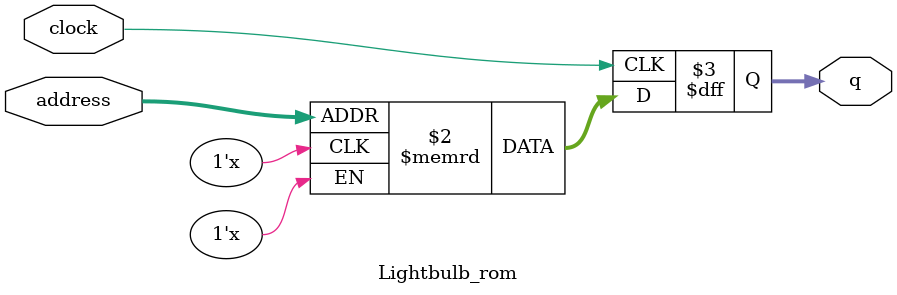
<source format=sv>
module Lightbulb_rom (
	input logic clock,
	input logic [15:0] address,
	output logic [3:0] q
);

logic [3:0] memory [0:65535] /* synthesis ram_init_file = "./Lightbulb/Lightbulb.mif" */;

always_ff @ (posedge clock) begin
	q <= memory[address];
end

endmodule

</source>
